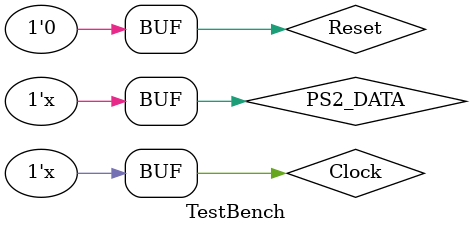
<source format=v>

module TestBench;

   // Inputs
	reg oData;
	
   // Outputs
	reg PS2_DATA;	
	reg Clock;
	reg Reset;
   
   // Instantiate the Unit Under Test (UUT)
   keyboard uut (
		.Clock(Clock), 
		.Reset(Reset), 
		.PS2_DATA(PS2_DATA),
		.oData(oData)
		);
   
   always
      begin
	 #25  Clock =  ! Clock;

      end

always
      begin
	 #25  PS2_DATA =  ! PS2_DATA;

      end

   initial begin
      // Initialize Inputs
      Clock = 0;
      Reset = 0;

      // Wait 100 ns for global reset to finish
      #100;
      Reset = 1;
      #50
	  Reset = 0;
      
      // Add stimulus here

   end
   
endmodule


</source>
